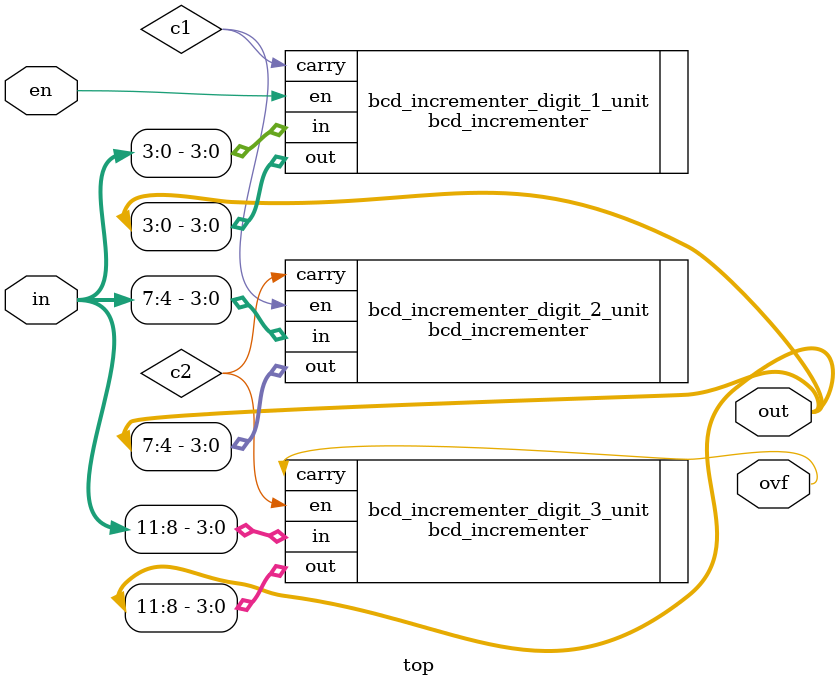
<source format=v>
module top
	(
		input wire [11:0] in,
		input wire en,
		output wire [11:0] out,
		output wire ovf	
	);
	
	// Signal declaration
	wire c1, c2;

	// Body
	bcd_incrementer bcd_incrementer_digit_1_unit
		(.in(in[3:0]), .en(en), .out(out[3:0]), .carry(c1));
	
	bcd_incrementer bcd_incrementer_digit_2_unit
		(.in(in[7:4]), .en(c1), .out(out[7:4]), .carry(c2)); 

	bcd_incrementer bcd_incrementer_digit_3_unit
		(.in(in[11:8]), .en(c2), .out(out[11:8]), .carry(ovf));  
	
endmodule

</source>
